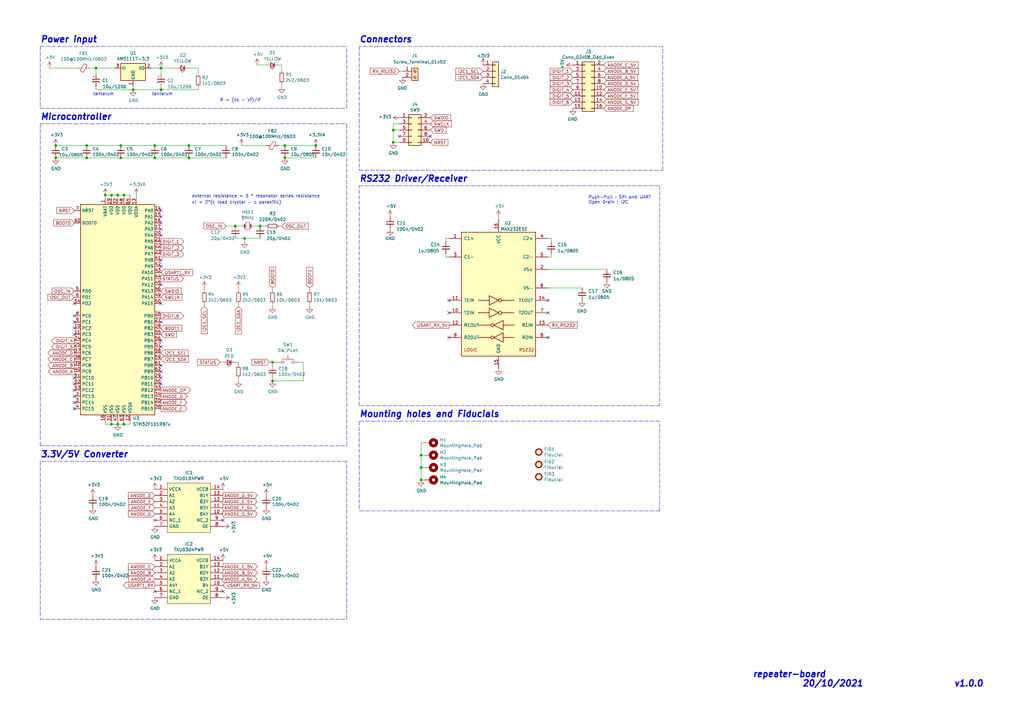
<source format=kicad_sch>
(kicad_sch (version 20211123) (generator eeschema)
  (paper "A3")
  (junction (at 43.18 80.01))
  (junction (at 22.86 59.69))
  (junction (at 22.86 64.77))
  (junction (at 48.26 173.99))
  (junction (at 100.33 97.79))
  (junction (at 49.53 59.69))
  (junction (at 161.29 58.42))
  (junction (at 111.76 156.21))
  (junction (at 77.47 59.69))
  (junction (at 45.72 173.99))
  (junction (at 50.8 80.01))
  (junction (at 63.5 64.77))
  (junction (at 161.29 53.34))
  (junction (at 111.76 148.59))
  (junction (at 172.72 191.77))
  (junction (at 96.52 92.71))
  (junction (at 48.26 80.01))
  (junction (at 77.47 64.77))
  (junction (at 39.37 27.94))
  (junction (at 129.54 59.69))
  (junction (at 35.56 59.69))
  (junction (at 63.5 59.69))
  (junction (at 172.72 186.69))
  (junction (at 54.61 36.83))
  (junction (at 116.84 64.77))
  (junction (at 172.72 196.85))
  (junction (at 66.04 36.83))
  (junction (at 66.04 27.94))
  (junction (at 106.68 92.71))
  (junction (at 50.8 173.99))
  (junction (at 45.72 80.01))
  (junction (at 49.53 64.77))
  (junction (at 35.56 64.77))
  (junction (at 116.84 59.69))
  (no_connect (at 30.48 124.46))
  (no_connect (at 66.04 132.08))
  (no_connect (at 30.48 165.1))
  (no_connect (at 30.48 137.16))
  (no_connect (at 66.04 91.44))
  (no_connect (at 66.04 93.98))
  (no_connect (at 224.79 128.27))
  (no_connect (at 30.48 162.56))
  (no_connect (at 66.04 142.24))
  (no_connect (at 163.83 55.88))
  (no_connect (at 30.48 132.08))
  (no_connect (at 63.5 242.57))
  (no_connect (at 66.04 157.48))
  (no_connect (at 30.48 157.48))
  (no_connect (at 184.15 138.43))
  (no_connect (at 30.48 129.54))
  (no_connect (at 66.04 124.46))
  (no_connect (at 66.04 152.4))
  (no_connect (at 66.04 139.7))
  (no_connect (at 66.04 88.9))
  (no_connect (at 176.53 55.88))
  (no_connect (at 66.04 106.68))
  (no_connect (at 66.04 109.22))
  (no_connect (at 224.79 123.19))
  (no_connect (at 30.48 160.02))
  (no_connect (at 66.04 86.36))
  (no_connect (at 66.04 96.52))
  (no_connect (at 66.04 116.84))
  (no_connect (at 184.15 128.27))
  (no_connect (at 66.04 149.86))
  (no_connect (at 30.48 134.62))
  (no_connect (at 66.04 154.94))
  (no_connect (at 224.79 138.43))
  (no_connect (at 91.44 242.57))
  (no_connect (at 30.48 154.94))
  (no_connect (at 63.5 213.36))
  (no_connect (at 91.44 213.36))
  (no_connect (at 184.15 123.19))
  (no_connect (at 30.48 167.64))
  (polyline (pts (xy 147.32 19.05) (xy 147.32 69.85)))
  (wire (pts (xy 50.8 173.99) (xy 48.26 173.99)))
  (polyline (pts (xy 147.32 69.85) (xy 271.78 69.85)))
  (wire (pts (xy 127 118.11) (xy 127 119.38)))
  (wire (pts (xy 115.57 26.67) (xy 114.3 26.67)))
  (polyline (pts (xy 270.51 209.55) (xy 270.51 172.72)))
  (wire (pts (xy 39.37 36.83) (xy 54.61 36.83)))
  (wire (pts (xy 48.26 81.28) (xy 48.26 80.01)))
  (polyline (pts (xy 147.32 76.2) (xy 270.51 76.2)))
  (wire (pts (xy 100.33 99.06) (xy 100.33 97.79)))
  (polyline (pts (xy 16.51 50.8) (xy 142.24 50.8)))
  (polyline (pts (xy 147.32 172.72) (xy 147.32 209.55)))
  (wire (pts (xy 115.57 29.21) (xy 115.57 26.67)))
  (wire (pts (xy 127 124.46) (xy 127 125.73)))
  (polyline (pts (xy 16.51 254) (xy 142.24 254)))
  (wire (pts (xy 173.99 191.77) (xy 172.72 191.77)))
  (wire (pts (xy 22.86 64.77) (xy 35.56 64.77)))
  (wire (pts (xy 105.41 26.67) (xy 109.22 26.67)))
  (wire (pts (xy 172.72 186.69) (xy 172.72 191.77)))
  (wire (pts (xy 92.71 92.71) (xy 96.52 92.71)))
  (wire (pts (xy 172.72 191.77) (xy 172.72 196.85)))
  (polyline (pts (xy 271.78 69.85) (xy 271.78 19.05)))
  (wire (pts (xy 36.83 27.94) (xy 39.37 27.94)))
  (wire (pts (xy 43.18 80.01) (xy 43.18 81.28)))
  (wire (pts (xy 161.29 50.8) (xy 161.29 53.34)))
  (wire (pts (xy 111.76 154.94) (xy 111.76 156.21)))
  (wire (pts (xy 39.37 27.94) (xy 46.99 27.94)))
  (wire (pts (xy 172.72 181.61) (xy 172.72 186.69)))
  (polyline (pts (xy 142.24 44.45) (xy 142.24 19.05)))
  (wire (pts (xy 48.26 80.01) (xy 50.8 80.01)))
  (wire (pts (xy 182.88 99.06) (xy 182.88 97.79)))
  (wire (pts (xy 66.04 30.48) (xy 66.04 27.94)))
  (wire (pts (xy 55.88 80.01) (xy 55.88 81.28)))
  (polyline (pts (xy 270.51 172.72) (xy 147.32 172.72)))
  (wire (pts (xy 49.53 59.69) (xy 63.5 59.69)))
  (wire (pts (xy 124.46 148.59) (xy 124.46 156.21)))
  (wire (pts (xy 97.79 148.59) (xy 97.79 149.86)))
  (wire (pts (xy 39.37 35.56) (xy 39.37 36.83)))
  (wire (pts (xy 63.5 59.69) (xy 77.47 59.69)))
  (wire (pts (xy 224.79 118.11) (xy 238.76 118.11)))
  (wire (pts (xy 43.18 172.72) (xy 43.18 173.99)))
  (wire (pts (xy 22.86 59.69) (xy 35.56 59.69)))
  (wire (pts (xy 83.82 118.11) (xy 83.82 119.38)))
  (wire (pts (xy 129.54 64.77) (xy 116.84 64.77)))
  (wire (pts (xy 54.61 35.56) (xy 54.61 36.83)))
  (wire (pts (xy 81.28 36.83) (xy 66.04 36.83)))
  (wire (pts (xy 226.06 99.06) (xy 226.06 97.79)))
  (polyline (pts (xy 270.51 209.55) (xy 147.32 209.55)))
  (wire (pts (xy 114.3 92.71) (xy 115.57 92.71)))
  (wire (pts (xy 100.33 97.79) (xy 106.68 97.79)))
  (wire (pts (xy 66.04 36.83) (xy 54.61 36.83)))
  (wire (pts (xy 226.06 97.79) (xy 224.79 97.79)))
  (wire (pts (xy 173.99 186.69) (xy 172.72 186.69)))
  (wire (pts (xy 224.79 105.41) (xy 226.06 105.41)))
  (polyline (pts (xy 16.51 50.8) (xy 16.51 182.88)))
  (wire (pts (xy 49.53 64.77) (xy 63.5 64.77)))
  (polyline (pts (xy 16.51 189.23) (xy 16.51 254)))
  (polyline (pts (xy 16.51 44.45) (xy 142.24 44.45)))
  (wire (pts (xy 97.79 118.11) (xy 97.79 119.38)))
  (wire (pts (xy 53.34 80.01) (xy 53.34 81.28)))
  (wire (pts (xy 111.76 156.21) (xy 124.46 156.21)))
  (wire (pts (xy 45.72 173.99) (xy 48.26 173.99)))
  (wire (pts (xy 163.83 53.34) (xy 161.29 53.34)))
  (wire (pts (xy 66.04 35.56) (xy 66.04 36.83)))
  (wire (pts (xy 92.71 59.69) (xy 77.47 59.69)))
  (wire (pts (xy 35.56 59.69) (xy 49.53 59.69)))
  (wire (pts (xy 111.76 148.59) (xy 113.03 148.59)))
  (wire (pts (xy 184.15 105.41) (xy 182.88 105.41)))
  (wire (pts (xy 81.28 30.48) (xy 81.28 27.94)))
  (wire (pts (xy 161.29 58.42) (xy 163.83 58.42)))
  (wire (pts (xy 97.79 154.94) (xy 97.79 156.21)))
  (wire (pts (xy 90.17 148.59) (xy 91.44 148.59)))
  (wire (pts (xy 45.72 172.72) (xy 45.72 173.99)))
  (wire (pts (xy 111.76 118.11) (xy 111.76 119.38)))
  (wire (pts (xy 83.82 124.46) (xy 83.82 125.73)))
  (wire (pts (xy 106.68 92.71) (xy 104.14 92.71)))
  (wire (pts (xy 97.79 124.46) (xy 97.79 125.73)))
  (wire (pts (xy 50.8 172.72) (xy 50.8 173.99)))
  (wire (pts (xy 99.06 59.69) (xy 109.22 59.69)))
  (wire (pts (xy 116.84 59.69) (xy 114.3 59.69)))
  (wire (pts (xy 53.34 172.72) (xy 53.34 173.99)))
  (polyline (pts (xy 16.51 19.05) (xy 16.51 44.45)))
  (wire (pts (xy 172.72 196.85) (xy 173.99 196.85)))
  (wire (pts (xy 224.79 110.49) (xy 248.92 110.49)))
  (wire (pts (xy 48.26 172.72) (xy 48.26 173.99)))
  (wire (pts (xy 182.88 97.79) (xy 184.15 97.79)))
  (polyline (pts (xy 142.24 182.88) (xy 142.24 50.8)))
  (wire (pts (xy 163.83 29.21) (xy 165.1 29.21)))
  (wire (pts (xy 92.71 64.77) (xy 77.47 64.77)))
  (polyline (pts (xy 271.78 19.05) (xy 147.32 19.05)))
  (wire (pts (xy 115.57 35.56) (xy 115.57 34.29)))
  (wire (pts (xy 161.29 53.34) (xy 161.29 58.42)))
  (wire (pts (xy 106.68 92.71) (xy 109.22 92.71)))
  (wire (pts (xy 163.83 50.8) (xy 161.29 50.8)))
  (wire (pts (xy 226.06 104.14) (xy 226.06 105.41)))
  (wire (pts (xy 43.18 80.01) (xy 45.72 80.01)))
  (wire (pts (xy 43.18 173.99) (xy 45.72 173.99)))
  (wire (pts (xy 173.99 181.61) (xy 172.72 181.61)))
  (wire (pts (xy 182.88 105.41) (xy 182.88 104.14)))
  (wire (pts (xy 111.76 148.59) (xy 111.76 149.86)))
  (polyline (pts (xy 147.32 166.37) (xy 147.32 76.2)))
  (wire (pts (xy 45.72 80.01) (xy 48.26 80.01)))
  (wire (pts (xy 123.19 148.59) (xy 124.46 148.59)))
  (polyline (pts (xy 142.24 254) (xy 142.24 189.23)))
  (wire (pts (xy 110.49 148.59) (xy 111.76 148.59)))
  (polyline (pts (xy 270.51 166.37) (xy 147.32 166.37)))
  (wire (pts (xy 96.52 97.79) (xy 100.33 97.79)))
  (wire (pts (xy 50.8 81.28) (xy 50.8 80.01)))
  (wire (pts (xy 53.34 173.99) (xy 50.8 173.99)))
  (polyline (pts (xy 16.51 19.05) (xy 142.24 19.05)))
  (wire (pts (xy 96.52 148.59) (xy 97.79 148.59)))
  (wire (pts (xy 81.28 35.56) (xy 81.28 36.83)))
  (wire (pts (xy 111.76 124.46) (xy 111.76 125.73)))
  (wire (pts (xy 39.37 30.48) (xy 39.37 27.94)))
  (wire (pts (xy 81.28 27.94) (xy 77.47 27.94)))
  (wire (pts (xy 96.52 92.71) (xy 99.06 92.71)))
  (wire (pts (xy 50.8 80.01) (xy 53.34 80.01)))
  (wire (pts (xy 66.04 27.94) (xy 62.23 27.94)))
  (wire (pts (xy 204.47 88.9) (xy 204.47 90.17)))
  (wire (pts (xy 129.54 59.69) (xy 116.84 59.69)))
  (wire (pts (xy 35.56 64.77) (xy 49.53 64.77)))
  (wire (pts (xy 20.32 27.94) (xy 31.75 27.94)))
  (wire (pts (xy 45.72 81.28) (xy 45.72 80.01)))
  (polyline (pts (xy 142.24 189.23) (xy 16.51 189.23)))
  (wire (pts (xy 77.47 64.77) (xy 63.5 64.77)))
  (polyline (pts (xy 16.51 182.88) (xy 142.24 182.88)))
  (wire (pts (xy 72.39 27.94) (xy 66.04 27.94)))
  (polyline (pts (xy 270.51 76.2) (xy 270.51 166.37)))
  (text "Mounting holes and Fiducials" (at 147.32 171.45 0) (effects (font (size 2.54 2.54) (thickness 0.508) bold italic) (justify left bottom)))
  (text "tantalum" (at 62.23 39.37 0) (effects (font (size 1.27 1.27) italic) (justify left bottom)))
  (text "repeater-board" (at 308.61 278.13 0) (effects (font (size 2.54 2.54) (thickness 0.508) bold italic) (justify left bottom)))
  (text "R = (Vs - Vf)/If" (at 90.17 41.91 0) (effects (font (size 1.27 1.27)) (justify left bottom)))
  (text "Power input" (at 16.51 17.78 0) (effects (font (size 2.54 2.54) (thickness 0.508) bold italic) (justify left bottom)))
  (text "3.3V/5V Converter" (at 16.51 187.96 0) (effects (font (size 2.54 2.54) (thickness 0.508) bold italic) (justify left bottom)))
  (text "tantalum" (at 38.1 39.37 0) (effects (font (size 1.27 1.27) italic) (justify left bottom)))
  (text "Microcontroller" (at 16.51 49.53 0) (effects (font (size 2.54 2.54) (thickness 0.508) bold italic) (justify left bottom)))
  (text "external resistance = 5 * resonator series resistance" (at 78.74 81.28 0) (effects (font (size 1.27 1.27)) (justify left bottom)))
  (text "Connectors" (at 147.32 17.78 0) (effects (font (size 2.54 2.54) (thickness 0.508) bold italic) (justify left bottom)))
  (text "RS232 Driver/Receiver" (at 147.32 74.93 0) (effects (font (size 2.54 2.54) (thickness 0.508) bold italic) (justify left bottom)))
  (text "cl = 2*(c load crystal - c parasitic)" (at 78.74 83.82 0) (effects (font (size 1.27 1.27)) (justify left bottom)))
  (text "20/10/2021" (at 328.93 281.94 0) (effects (font (size 2.54 2.54) (thickness 0.508) bold italic) (justify left bottom)))
  (text "Push-Pull : SPI and UART\nOpen Drain : I2C" (at 241.3 83.82 0) (effects (font (size 1.27 1.27)) (justify left bottom)))
  (text "v1.0.0" (at 391.16 281.94 0) (effects (font (size 2.54 2.54) (thickness 0.508) bold italic) (justify left bottom)))
  (global_label "OSC_OUT" (shape input) (at 30.48 121.92 180) (property "Intersheet References" "${INTERSHEET_REFS}" (effects hide)))
  (global_label "DIGIT_2" (shape output) (at 66.04 101.6 0) (property "Intersheet References" "${INTERSHEET_REFS}" (effects hide)))
  (global_label "ANODE_B_5V" (shape output) (at 91.44 234.95 0) (property "Intersheet References" "${INTERSHEET_REFS}" (effects hide)))
  (global_label "ANODE_D" (shape input) (at 63.5 203.2 180) (property "Intersheet References" "${INTERSHEET_REFS}" (effects hide)))
  (global_label "DIGIT_3" (shape output) (at 66.04 104.14 0) (property "Intersheet References" "${INTERSHEET_REFS}" (effects hide)))
  (global_label "DIGIT_1" (shape output) (at 66.04 99.06 0) (property "Intersheet References" "${INTERSHEET_REFS}" (effects hide)))
  (global_label "DIGIT_2" (shape input) (at 234.95 31.75 180) (property "Intersheet References" "${INTERSHEET_REFS}" (effects hide)))
  (global_label "DIGIT_6" (shape output) (at 66.04 129.54 0) (property "Intersheet References" "${INTERSHEET_REFS}" (effects hide)))
  (global_label "RX_RS232" (shape input) (at 224.79 133.35 0) (property "Intersheet References" "${INTERSHEET_REFS}" (effects hide)))
  (global_label "ANODE_D" (shape output) (at 30.48 144.78 180) (property "Intersheet References" "${INTERSHEET_REFS}" (effects hide)))
  (global_label "OSC_IN" (shape input) (at 92.71 92.71 180) (property "Intersheet References" "${INTERSHEET_REFS}" (effects hide)))
  (global_label "ANODE_G" (shape input) (at 63.5 210.82 180) (property "Intersheet References" "${INTERSHEET_REFS}" (effects hide)))
  (global_label "ANODE_DP" (shape output) (at 66.04 160.02 0) (property "Intersheet References" "${INTERSHEET_REFS}" (effects hide)))
  (global_label "BOOT0" (shape input) (at 30.48 91.44 180) (property "Intersheet References" "${INTERSHEET_REFS}" (effects hide)))
  (global_label "ANODE_D_5V" (shape output) (at 91.44 203.2 0) (property "Intersheet References" "${INTERSHEET_REFS}" (effects hide)))
  (global_label "SWDIO" (shape input) (at 176.53 48.26 0) (property "Intersheet References" "${INTERSHEET_REFS}" (effects hide)))
  (global_label "USART_RX_5V" (shape input) (at 91.44 240.03 0) (property "Intersheet References" "${INTERSHEET_REFS}" (effects hide)))
  (global_label "ANODE_DP" (shape input) (at 247.65 44.45 0) (property "Intersheet References" "${INTERSHEET_REFS}" (effects hide)))
  (global_label "SWO" (shape input) (at 176.53 53.34 0) (property "Intersheet References" "${INTERSHEET_REFS}" (effects hide)))
  (global_label "ANODE_E_5V" (shape output) (at 91.44 205.74 0) (property "Intersheet References" "${INTERSHEET_REFS}" (effects hide)))
  (global_label "ANODE_F_5V" (shape output) (at 91.44 208.28 0) (property "Intersheet References" "${INTERSHEET_REFS}" (effects hide)))
  (global_label "ANODE_D_5V" (shape input) (at 247.65 34.29 0) (property "Intersheet References" "${INTERSHEET_REFS}" (effects hide)))
  (global_label "NRST" (shape input) (at 176.53 58.42 0) (property "Intersheet References" "${INTERSHEET_REFS}" (effects hide)))
  (global_label "ANODE_G_5V" (shape output) (at 91.44 210.82 0) (property "Intersheet References" "${INTERSHEET_REFS}" (effects hide)))
  (global_label "STATUS" (shape input) (at 90.17 148.59 180) (property "Intersheet References" "${INTERSHEET_REFS}" (effects hide)))
  (global_label "I2C1_SDA" (shape input) (at 198.12 31.75 180) (property "Intersheet References" "${INTERSHEET_REFS}" (effects hide)))
  (global_label "DIGIT_5" (shape output) (at 30.48 142.24 180) (property "Intersheet References" "${INTERSHEET_REFS}" (effects hide)))
  (global_label "ANODE_F" (shape output) (at 66.04 165.1 0) (property "Intersheet References" "${INTERSHEET_REFS}" (effects hide)))
  (global_label "ANODE_G" (shape output) (at 66.04 162.56 0) (property "Intersheet References" "${INTERSHEET_REFS}" (effects hide)))
  (global_label "ANODE_F_5V" (shape input) (at 247.65 39.37 0) (property "Intersheet References" "${INTERSHEET_REFS}" (effects hide)))
  (global_label "I2C1_SCL" (shape input) (at 198.12 29.21 180) (property "Intersheet References" "${INTERSHEET_REFS}" (effects hide)))
  (global_label "RX_RS232" (shape input) (at 163.83 29.21 180) (property "Intersheet References" "${INTERSHEET_REFS}" (effects hide)))
  (global_label "DIGIT_3" (shape input) (at 234.95 34.29 180) (property "Intersheet References" "${INTERSHEET_REFS}" (effects hide)))
  (global_label "ANODE_G_5V" (shape input) (at 247.65 41.91 0) (property "Intersheet References" "${INTERSHEET_REFS}" (effects hide)))
  (global_label "ANODE_A" (shape output) (at 30.48 152.4 180) (property "Intersheet References" "${INTERSHEET_REFS}" (effects hide)))
  (global_label "NRST" (shape input) (at 110.49 148.59 180) (property "Intersheet References" "${INTERSHEET_REFS}" (effects hide)))
  (global_label "USART1_RX" (shape input) (at 66.04 111.76 0) (property "Intersheet References" "${INTERSHEET_REFS}" (effects hide)))
  (global_label "ANODE_E" (shape output) (at 66.04 167.64 0) (property "Intersheet References" "${INTERSHEET_REFS}" (effects hide)))
  (global_label "STATUS" (shape output) (at 66.04 114.3 0) (property "Intersheet References" "${INTERSHEET_REFS}" (effects hide)))
  (global_label "DIGIT_1" (shape input) (at 234.95 29.21 180) (property "Intersheet References" "${INTERSHEET_REFS}" (effects hide)))
  (global_label "ANODE_C_5V" (shape output) (at 91.44 232.41 0) (property "Intersheet References" "${INTERSHEET_REFS}" (effects hide)))
  (global_label "ANODE_C_5V" (shape input) (at 247.65 26.67 0) (property "Intersheet References" "${INTERSHEET_REFS}" (effects hide)))
  (global_label "USART_RX_5V" (shape output) (at 184.15 133.35 180) (property "Intersheet References" "${INTERSHEET_REFS}" (effects hide)))
  (global_label "ANODE_B" (shape output) (at 30.48 149.86 180) (property "Intersheet References" "${INTERSHEET_REFS}" (effects hide)))
  (global_label "ANODE_C" (shape input) (at 63.5 232.41 180) (property "Intersheet References" "${INTERSHEET_REFS}" (effects hide)))
  (global_label "I2C1_SCL" (shape input) (at 66.04 144.78 0) (property "Intersheet References" "${INTERSHEET_REFS}" (effects hide)))
  (global_label "DIGIT_4" (shape input) (at 234.95 36.83 180) (property "Intersheet References" "${INTERSHEET_REFS}" (effects hide)))
  (global_label "ANODE_E_5V" (shape input) (at 247.65 36.83 0) (property "Intersheet References" "${INTERSHEET_REFS}" (effects hide)))
  (global_label "ANODE_A_5V" (shape output) (at 91.44 237.49 0) (property "Intersheet References" "${INTERSHEET_REFS}" (effects hide)))
  (global_label "ANODE_E" (shape input) (at 63.5 205.74 180) (property "Intersheet References" "${INTERSHEET_REFS}" (effects hide)))
  (global_label "DIGIT_4" (shape output) (at 30.48 139.7 180) (property "Intersheet References" "${INTERSHEET_REFS}" (effects hide)))
  (global_label "NRST" (shape input) (at 30.48 86.36 180) (property "Intersheet References" "${INTERSHEET_REFS}" (effects hide)))
  (global_label "SWCLK" (shape input) (at 176.53 50.8 0) (property "Intersheet References" "${INTERSHEET_REFS}" (effects hide)))
  (global_label "ANODE_B" (shape input) (at 63.5 234.95 180) (property "Intersheet References" "${INTERSHEET_REFS}" (effects hide)))
  (global_label "BOOT1" (shape input) (at 127 118.11 90) (property "Intersheet References" "${INTERSHEET_REFS}" (effects hide)))
  (global_label "OSC_OUT" (shape input) (at 115.57 92.71 0) (property "Intersheet References" "${INTERSHEET_REFS}" (effects hide)))
  (global_label "ANODE_A_5V" (shape input) (at 247.65 31.75 0) (property "Intersheet References" "${INTERSHEET_REFS}" (effects hide)))
  (global_label "I2C1_SCL" (shape input) (at 83.82 125.73 270) (property "Intersheet References" "${INTERSHEET_REFS}" (effects hide)))
  (global_label "ANODE_A" (shape input) (at 63.5 237.49 180) (property "Intersheet References" "${INTERSHEET_REFS}" (effects hide)))
  (global_label "OSC_IN" (shape input) (at 30.48 119.38 180) (property "Intersheet References" "${INTERSHEET_REFS}" (effects hide)))
  (global_label "BOOT0" (shape input) (at 111.76 118.11 90) (property "Intersheet References" "${INTERSHEET_REFS}" (effects hide)))
  (global_label "DIGIT_6" (shape input) (at 234.95 41.91 180) (property "Intersheet References" "${INTERSHEET_REFS}" (effects hide)))
  (global_label "I2C1_SDA" (shape input) (at 97.79 125.73 270) (property "Intersheet References" "${INTERSHEET_REFS}" (effects hide)))
  (global_label "SWCLK" (shape input) (at 66.04 121.92 0) (property "Intersheet References" "${INTERSHEET_REFS}" (effects hide)))
  (global_label "ANODE_F" (shape input) (at 63.5 208.28 180) (property "Intersheet References" "${INTERSHEET_REFS}" (effects hide)))
  (global_label "DIGIT_5" (shape input) (at 234.95 39.37 180) (property "Intersheet References" "${INTERSHEET_REFS}" (effects hide)))
  (global_label "SWDIO" (shape input) (at 66.04 119.38 0) (property "Intersheet References" "${INTERSHEET_REFS}" (effects hide)))
  (global_label "I2C1_SDA" (shape input) (at 66.04 147.32 0) (property "Intersheet References" "${INTERSHEET_REFS}" (effects hide)))
  (global_label "SWO" (shape input) (at 66.04 137.16 0) (property "Intersheet References" "${INTERSHEET_REFS}" (effects hide)))
  (global_label "USART1_RX" (shape output) (at 63.5 240.03 180) (property "Intersheet References" "${INTERSHEET_REFS}" (effects hide)))
  (global_label "ANODE_B_5V" (shape input) (at 247.65 29.21 0) (property "Intersheet References" "${INTERSHEET_REFS}" (effects hide)))
  (global_label "BOOT1" (shape input) (at 66.04 134.62 0) (property "Intersheet References" "${INTERSHEET_REFS}" (effects hide)))
  (global_label "ANODE_C" (shape output) (at 30.48 147.32 180) (property "Intersheet References" "${INTERSHEET_REFS}" (effects hide)))
  (symbol (lib_id "Regulator_Linear:AMS1117-3.3") (at 54.61 27.94 0) (unit 1)
    (property "Reference" "U1" (at 54.61 21.7932 0))
    (property "Value" "AMS1117-3.3" (at 54.61 24.1046 0))
    (property "Footprint" "Package_TO_SOT_SMD:SOT-223-3_TabPin2" (effects hide))
    (property "Datasheet" "http://www.advanced-monolithic.com/pdf/ds1117.pdf" (effects hide))
    (property "MPN" "AMS1117-3.3" (effects hide))
    (property "Manufacturer_Part_Number" "AMS1117-3.3" (effects hide))
  )
  (symbol (lib_id "power:GND") (at 100.33 99.06 0) (unit 1)
    (property "Reference" "#PWR026" (effects hide))
    (property "Value" "GND" (at 100.457 103.4542 0))
  )
  (symbol (lib_id "Device:R_Small") (at 111.76 92.71 270) (unit 1)
    (property "Reference" "R3" (at 111.76 87.63 90))
    (property "Value" "220R/0402" (at 111.76 90.043 90))
    (property "Footprint" "Resistor_SMD:R_0402_1005Metric" (effects hide))
    (property "MPN" "ERA-2AED221X" (effects hide))
    (property "Manufacturer_Part_Number" "ERA-2AED221X" (effects hide))
  )
  (symbol (lib_id "Device:C_Small") (at 106.68 95.25 0) (unit 1)
    (property "Reference" "C13" (at 109.22 95.25 0) (effects (justify left)))
    (property "Value" "20p/0402" (at 109.22 97.79 0) (effects (justify left)))
    (property "Footprint" "Capacitor_SMD:C_0402_1005Metric" (effects hide))
    (property "MPN" "GRM1555C1E200JA01D" (effects hide))
    (property "Manufacturer_Part_Number" "GRM1555C1E200JA01D" (effects hide))
  )
  (symbol (lib_id "Device:C_Small") (at 96.52 95.25 0) (unit 1)
    (property "Reference" "C12" (at 86.36 95.25 0) (effects (justify left)))
    (property "Value" "20p/0402" (at 86.36 97.79 0) (effects (justify left)))
    (property "Footprint" "Capacitor_SMD:C_0402_1005Metric" (effects hide))
    (property "MPN" "GRM1555C1E200JA01D" (effects hide))
    (property "Manufacturer_Part_Number" "GRM1555C1E200JA01D" (effects hide))
  )
  (symbol (lib_id "Device:Crystal_Small") (at 101.6 92.71 0) (unit 1)
    (property "Reference" "HSE1" (at 101.6 86.995 0))
    (property "Value" "8MHz" (at 101.6 89.3064 0))
    (property "Footprint" "830011301:830011301" (effects hide))
    (property "MPN" "830011301" (effects hide))
    (property "Manufacturer_Part_Number" "830011301" (effects hide))
  )
  (symbol (lib_id "power:+5V") (at 20.32 27.94 0) (unit 1)
    (property "Reference" "#PWR04" (effects hide))
    (property "Value" "+5V" (at 20.701 23.5458 0))
  )
  (symbol (lib_id "power:GND") (at 54.61 36.83 0) (unit 1)
    (property "Reference" "#PWR010" (effects hide))
    (property "Value" "GND" (at 54.737 41.2242 0))
  )
  (symbol (lib_id "Device:LED_Small") (at 74.93 27.94 180) (unit 1)
    (property "Reference" "D2" (at 74.93 22.6822 0))
    (property "Value" "YELLOW" (at 74.93 24.9936 0))
    (property "Footprint" "LED_SMD:LED_0603_1608Metric" (effects hide))
    (property "MPN" "HSMY-C191" (effects hide))
    (property "Manufacturer_Part_Number" "HSMY-C191" (effects hide))
  )
  (symbol (lib_id "Device:R_Small") (at 81.28 33.02 0) (unit 1)
    (property "Reference" "R2" (at 82.7786 31.8516 0) (effects (justify left)))
    (property "Value" "1k2/0603" (at 82.7786 34.163 0) (effects (justify left)))
    (property "Footprint" "Resistor_SMD:R_0603_1608Metric" (effects hide))
    (property "MPN" "ERA-3AED122V" (effects hide))
    (property "Manufacturer_Part_Number" "ERA-3AED122V" (effects hide))
  )
  (symbol (lib_id "Device:LED_Small") (at 111.76 26.67 180) (unit 1)
    (property "Reference" "D1" (at 111.76 21.59 0))
    (property "Value" "YELLOW" (at 111.76 24.13 0))
    (property "Footprint" "LED_SMD:LED_0603_1608Metric" (effects hide))
    (property "MPN" "HSMY-C191" (effects hide))
    (property "Manufacturer_Part_Number" "HSMY-C191" (effects hide))
  )
  (symbol (lib_id "Device:R_Small") (at 115.57 31.75 0) (unit 1)
    (property "Reference" "R1" (at 117.0686 30.5816 0) (effects (justify left)))
    (property "Value" "2k2/0603" (at 117.0686 32.893 0) (effects (justify left)))
    (property "Footprint" "Resistor_SMD:R_0603_1608Metric" (effects hide))
    (property "MPN" "ERA-3AEB222V" (effects hide))
    (property "Manufacturer_Part_Number" "ERA-3AEB222V" (effects hide))
  )
  (symbol (lib_id "power:+3.3V") (at 66.04 27.94 0) (unit 1)
    (property "Reference" "#PWR05" (effects hide))
    (property "Value" "+3.3V" (at 66.421 23.5458 0))
  )
  (symbol (lib_id "power:+5V") (at 105.41 26.67 0) (unit 1)
    (property "Reference" "#PWR01" (effects hide))
    (property "Value" "+5V" (at 105.791 22.2758 0))
  )
  (symbol (lib_id "power:GND") (at 115.57 35.56 0) (unit 1)
    (property "Reference" "#PWR09" (effects hide))
    (property "Value" "GND" (at 115.697 39.9542 0))
  )
  (symbol (lib_id "Device:C_Small") (at 35.56 62.23 0) (unit 1)
    (property "Reference" "C4" (at 37.8968 61.0616 0) (effects (justify left)))
    (property "Value" "100n/0402" (at 37.8968 63.373 0) (effects (justify left)))
    (property "Footprint" "Capacitor_SMD:C_0402_1005Metric" (effects hide))
    (property "MPN" "GRM155R71H104KE14J" (effects hide))
    (property "Manufacturer_Part_Number" "GRM155R71H104KE14J" (effects hide))
  )
  (symbol (lib_id "Device:C_Small") (at 49.53 62.23 0) (unit 1)
    (property "Reference" "C5" (at 51.8668 61.0616 0) (effects (justify left)))
    (property "Value" "100n/0402" (at 51.8668 63.373 0) (effects (justify left)))
    (property "Footprint" "Capacitor_SMD:C_0402_1005Metric" (effects hide))
    (property "MPN" "GRM155R71H104KE14J" (effects hide))
    (property "Manufacturer_Part_Number" "GRM155R71H104KE14J" (effects hide))
  )
  (symbol (lib_id "Device:C_Small") (at 63.5 62.23 0) (unit 1)
    (property "Reference" "C6" (at 65.8368 61.0616 0) (effects (justify left)))
    (property "Value" "100n/0402" (at 65.8368 63.373 0) (effects (justify left)))
    (property "Footprint" "Capacitor_SMD:C_0402_1005Metric" (effects hide))
    (property "MPN" "GRM155R71H104KE14J" (effects hide))
    (property "Manufacturer_Part_Number" "GRM155R71H104KE14J" (effects hide))
  )
  (symbol (lib_id "Device:C_Small") (at 77.47 62.23 0) (unit 1)
    (property "Reference" "C7" (at 79.8068 61.0616 0) (effects (justify left)))
    (property "Value" "100n/0402" (at 79.8068 63.373 0) (effects (justify left)))
    (property "Footprint" "Capacitor_SMD:C_0402_1005Metric" (effects hide))
    (property "MPN" "GRM155R71H104KE14J" (effects hide))
    (property "Manufacturer_Part_Number" "GRM155R71H104KE14J" (effects hide))
  )
  (symbol (lib_id "Device:C_Small") (at 22.86 62.23 0) (unit 1)
    (property "Reference" "C3" (at 25.1968 61.0616 0) (effects (justify left)))
    (property "Value" "10u/0805" (at 24.13 63.5 0) (effects (justify left)))
    (property "Footprint" "Capacitor_SMD:C_0805_2012Metric" (effects hide))
    (property "MPN" "08053D106KAT4A" (effects hide))
    (property "Manufacturer_Part_Number" "08053D106KAT4A" (effects hide))
  )
  (symbol (lib_id "power:GND") (at 22.86 64.77 0) (unit 1)
    (property "Reference" "#PWR019" (effects hide))
    (property "Value" "GND" (at 22.987 69.1642 0))
  )
  (symbol (lib_id "power:+3.3V") (at 22.86 59.69 0) (unit 1)
    (property "Reference" "#PWR016" (effects hide))
    (property "Value" "+3.3V" (at 23.241 55.2958 0))
  )
  (symbol (lib_id "power:+3.3V") (at 99.06 59.69 0) (unit 1)
    (property "Reference" "#PWR017" (effects hide))
    (property "Value" "+3.3V" (at 99.441 55.2958 0))
  )
  (symbol (lib_id "RepeaterBoard-rescue:Ferrite_Bead_Small-Device") (at 111.76 59.69 270) (unit 1)
    (property "Reference" "FB2" (at 111.76 53.6702 90))
    (property "Value" "100@100MHz/0603" (at 111.76 55.9816 90))
    (property "Footprint" "Inductor_SMD:L_0603_1608Metric" (effects hide))
    (property "MPN" "BLM18EG101TN1D" (effects hide))
    (property "Manufacturer_Part_Number" "BLM18EG101TN1D" (effects hide))
  )
  (symbol (lib_id "Device:C_Small") (at 129.54 62.23 0) (unit 1)
    (property "Reference" "C10" (at 131.8768 61.0616 0) (effects (justify left)))
    (property "Value" "10n/0402" (at 131.8768 63.373 0) (effects (justify left)))
    (property "Footprint" "Capacitor_SMD:C_0402_1005Metric" (effects hide))
    (property "MPN" "GRT155R71E103KE01J" (effects hide))
    (property "Manufacturer_Part_Number" "GRT155R71E103KE01J" (effects hide))
  )
  (symbol (lib_id "Device:C_Small") (at 116.84 62.23 0) (unit 1)
    (property "Reference" "C9" (at 119.1768 61.0616 0) (effects (justify left)))
    (property "Value" "10u/0805" (at 119.1768 63.373 0) (effects (justify left)))
    (property "Footprint" "Capacitor_SMD:C_0805_2012Metric" (effects hide))
    (property "MPN" "08053D106KAT4A" (effects hide))
    (property "Manufacturer_Part_Number" "08053D106KAT4A" (effects hide))
  )
  (symbol (lib_id "power:GND") (at 116.84 64.77 0) (unit 1)
    (property "Reference" "#PWR020" (effects hide))
    (property "Value" "GND" (at 116.967 69.1642 0))
  )
  (symbol (lib_id "power:+3.3VA") (at 129.54 59.69 0) (unit 1)
    (property "Reference" "#PWR018" (effects hide))
    (property "Value" "+3.3VA" (at 129.921 55.2958 0))
  )
  (symbol (lib_id "Device:LED_Small") (at 93.98 148.59 180) (unit 1)
    (property "Reference" "D3" (at 93.98 143.51 0))
    (property "Value" "RED" (at 93.98 146.05 0))
    (property "Footprint" "LED_SMD:LED_0603_1608Metric" (effects hide))
    (property "MPN" "HSMS-C191" (effects hide))
    (property "Manufacturer_Part_Number" "HSMS-C191" (effects hide))
  )
  (symbol (lib_id "Device:R_Small") (at 97.79 152.4 0) (unit 1)
    (property "Reference" "R8" (at 99.2886 151.2316 0) (effects (justify left)))
    (property "Value" "1k2/0603" (at 99.2886 153.543 0) (effects (justify left)))
    (property "Footprint" "Resistor_SMD:R_0603_1608Metric" (effects hide))
    (property "MPN" "ERA-3AED122V" (effects hide))
    (property "Manufacturer_Part_Number" "ERA-3AED122V" (effects hide))
  )
  (symbol (lib_id "power:GND") (at 97.79 156.21 0) (unit 1)
    (property "Reference" "#PWR034" (effects hide))
    (property "Value" "GND" (at 97.917 160.6042 0))
  )
  (symbol (lib_id "Device:R_Small") (at 83.82 121.92 0) (unit 1)
    (property "Reference" "R4" (at 85.3186 120.7516 0) (effects (justify left)))
    (property "Value" "2k2/0603" (at 85.3186 123.063 0) (effects (justify left)))
    (property "Footprint" "Resistor_SMD:R_0603_1608Metric" (effects hide))
    (property "MPN" "ERA-3AEB222V" (effects hide))
    (property "Manufacturer_Part_Number" "ERA-3AEB222V" (effects hide))
  )
  (symbol (lib_id "Device:R_Small") (at 97.79 121.92 0) (unit 1)
    (property "Reference" "R5" (at 99.2886 120.7516 0) (effects (justify left)))
    (property "Value" "2k2/0603" (at 99.2886 123.063 0) (effects (justify left)))
    (property "Footprint" "Resistor_SMD:R_0603_1608Metric" (effects hide))
    (property "MPN" "ERA-3AEB222V" (effects hide))
    (property "Manufacturer_Part_Number" "ERA-3AEB222V" (effects hide))
  )
  (symbol (lib_id "power:+3.3V") (at 83.82 118.11 0) (unit 1)
    (property "Reference" "#PWR028" (effects hide))
    (property "Value" "+3.3V" (at 84.201 113.7158 0))
  )
  (symbol (lib_id "power:+3.3V") (at 97.79 118.11 0) (unit 1)
    (property "Reference" "#PWR029" (effects hide))
    (property "Value" "+3.3V" (at 98.171 113.7158 0))
  )
  (symbol (lib_id "Device:R_Small") (at 111.76 121.92 0) (unit 1)
    (property "Reference" "R6" (at 113.2586 120.7516 0) (effects (justify left)))
    (property "Value" "10k/0603" (at 113.2586 123.063 0) (effects (justify left)))
    (property "Footprint" "Resistor_SMD:R_0603_1608Metric" (effects hide))
    (property "MPN" "ERA-3AEB103V" (effects hide))
    (property "Manufacturer_Part_Number" "ERA-3AEB103V" (effects hide))
  )
  (symbol (lib_id "Device:R_Small") (at 127 121.92 0) (unit 1)
    (property "Reference" "R7" (at 128.4986 120.7516 0) (effects (justify left)))
    (property "Value" "10k/0603" (at 128.4986 123.063 0) (effects (justify left)))
    (property "Footprint" "Resistor_SMD:R_0603_1608Metric" (effects hide))
    (property "MPN" "ERA-3AEB103V" (effects hide))
    (property "Manufacturer_Part_Number" "ERA-3AEB103V" (effects hide))
  )
  (symbol (lib_id "power:GND") (at 111.76 125.73 0) (unit 1)
    (property "Reference" "#PWR031" (effects hide))
    (property "Value" "GND" (at 111.887 130.1242 0))
  )
  (symbol (lib_id "power:GND") (at 127 125.73 0) (unit 1)
    (property "Reference" "#PWR032" (effects hide))
    (property "Value" "GND" (at 127.127 130.1242 0))
  )
  (symbol (lib_id "Connector:Screw_Terminal_01x02") (at 170.18 29.21 0) (unit 1)
    (property "Reference" "J1" (at 168.91 22.86 0) (effects (justify left)))
    (property "Value" "Screw_Terminal_01x02" (at 161.29 25.4 0) (effects (justify left)))
    (property "Footprint" "TerminalBlock_Phoenix:TerminalBlock_Phoenix_PT-1,5-2-5.0-H_1x02_P5.00mm_Horizontal" (effects hide))
    (property "MPN" "1935161" (effects hide))
    (property "Manufacturer_Part_Number" "1935161" (effects hide))
  )
  (symbol (lib_id "power:GND") (at 165.1 31.75 0) (mirror y) (unit 1)
    (property "Reference" "#PWR014" (effects hide))
    (property "Value" "GND" (at 164.973 36.1442 0))
  )
  (symbol (lib_id "Connector_Generic:Conn_02x05_Odd_Even") (at 168.91 53.34 0) (unit 1)
    (property "Reference" "J4" (at 170.18 42.7482 0))
    (property "Value" "SWD" (at 170.18 45.0596 0))
    (property "Footprint" "Connector_PinHeader_2.54mm:PinHeader_2x05_P2.54mm_Vertical_SMD" (effects hide))
    (property "MPN" "10129383-910001ALF" (effects hide))
    (property "Manufacturer_Part_Number" "10129383-910001ALF" (effects hide))
  )
  (symbol (lib_id "power:+3.3V") (at 163.83 48.26 90) (unit 1)
    (property "Reference" "#PWR013" (effects hide))
    (property "Value" "+3.3V" (at 160.5788 47.879 90) (effects (justify left)))
  )
  (symbol (lib_id "power:GND") (at 161.29 58.42 0) (unit 1)
    (property "Reference" "#PWR015" (effects hide))
    (property "Value" "GND" (at 161.417 62.8142 0))
  )
  (symbol (lib_id "Device:C_Small") (at 111.76 152.4 0) (unit 1)
    (property "Reference" "C18" (at 114.0968 151.2316 0) (effects (justify left)))
    (property "Value" "100n/0402" (at 114.0968 153.543 0) (effects (justify left)))
    (property "Footprint" "Capacitor_SMD:C_0402_1005Metric" (effects hide))
    (property "MPN" "GRM155R71H104KE14J" (effects hide))
    (property "Manufacturer_Part_Number" "GRM155R71H104KE14J" (effects hide))
  )
  (symbol (lib_id "Connector_Generic:Conn_02x08_Odd_Even") (at 240.03 34.29 0) (unit 1)
    (property "Reference" "J3" (at 241.3 21.1582 0))
    (property "Value" "Conn_02x08_Odd_Even" (at 241.3 23.4696 0))
    (property "Footprint" "Connector_PinSocket_2.54mm:PinSocket_2x08_P2.54mm_Vertical" (effects hide))
    (property "MPN" "PPTC082LFBN-RC" (effects hide))
    (property "Manufacturer_Part_Number" "PPTC082LFBN-RC" (effects hide))
  )
  (symbol (lib_id "Switch:SW_Push") (at 118.11 148.59 0) (unit 1)
    (property "Reference" "SW1" (at 118.11 141.351 0))
    (property "Value" "SW_Push" (at 118.11 143.6624 0))
    (property "Footprint" "Button_Switch_THT:SW_PUSH_6mm" (effects hide))
    (property "MPN" "1825910-6" (effects hide))
    (property "Manufacturer_Part_Number" "1825910-6" (effects hide))
  )
  (symbol (lib_id "power:GND") (at 111.76 156.21 0) (unit 1)
    (property "Reference" "#PWR035" (effects hide))
    (property "Value" "GND" (at 111.887 160.6042 0))
  )
  (symbol (lib_id "Interface_UART:MAX232") (at 204.47 120.65 0) (unit 1)
    (property "Reference" "U2" (at 208.28 91.44 0))
    (property "Value" "MAX232ESE" (at 210.82 93.98 0))
    (property "Footprint" "MAX232:SOIC127P600X175-16N" (effects hide))
    (property "Datasheet" "http://www.ti.com/lit/ds/symlink/max232.pdf" (effects hide))
    (property "MPN" "MAX232ESE+T" (effects hide))
    (property "Manufacturer_Part_Number" "MAX232ESE+T" (effects hide))
  )
  (symbol (lib_id "Device:C_Small") (at 182.88 101.6 0) (unit 1)
    (property "Reference" "C14" (at 176.53 100.33 0) (effects (justify left)))
    (property "Value" "1u/0805" (at 171.45 102.87 0) (effects (justify left)))
    (property "Footprint" "Capacitor_SMD:C_0805_2012Metric" (effects hide))
    (property "MPN" "GJ821BR71H105KA12L" (effects hide))
    (property "Manufacturer_Part_Number" "GJ821BR71H105KA12L" (effects hide))
  )
  (symbol (lib_id "power:GND") (at 234.95 44.45 0) (mirror y) (unit 1)
    (property "Reference" "#PWR012" (effects hide))
    (property "Value" "GND" (at 234.823 48.8442 0))
  )
  (symbol (lib_id "Device:C_Small") (at 226.06 101.6 0) (unit 1)
    (property "Reference" "C15" (at 228.6 100.33 0) (effects (justify left)))
    (property "Value" "1u/0805" (at 228.6 102.87 0) (effects (justify left)))
    (property "Footprint" "Capacitor_SMD:C_0805_2012Metric" (effects hide))
    (property "MPN" "GJ821BR71H105KA12L" (effects hide))
    (property "Manufacturer_Part_Number" "GJ821BR71H105KA12L" (effects hide))
  )
  (symbol (lib_id "Device:C_Small") (at 248.92 113.03 0) (unit 1)
    (property "Reference" "C16" (at 251.46 111.76 0) (effects (justify left)))
    (property "Value" "1u/0805" (at 251.46 114.3 0) (effects (justify left)))
    (property "Footprint" "Capacitor_SMD:C_0805_2012Metric" (effects hide))
    (property "MPN" "GJ821BR71H105KA12L" (effects hide))
    (property "Manufacturer_Part_Number" "GJ821BR71H105KA12L" (effects hide))
  )
  (symbol (lib_id "Device:C_Small") (at 238.76 120.65 0) (unit 1)
    (property "Reference" "C17" (at 241.3 119.38 0) (effects (justify left)))
    (property "Value" "1u/0805" (at 241.3 121.92 0) (effects (justify left)))
    (property "Footprint" "Capacitor_SMD:C_0805_2012Metric" (effects hide))
    (property "MPN" "GJ821BR71H105KA12L" (effects hide))
    (property "Manufacturer_Part_Number" "GJ821BR71H105KA12L" (effects hide))
  )
  (symbol (lib_id "RepeaterBoard-rescue:CP1_Small-Device") (at 39.37 33.02 0) (unit 1)
    (property "Reference" "C1" (at 43.18 33.02 0))
    (property "Value" "10u/1206" (at 46.99 35.56 0))
    (property "Footprint" "Capacitor_Tantalum_SMD:CP_EIA-3216-18_Kemet-A" (effects hide))
    (property "MPN" "TAJA106K016RNJ" (effects hide))
    (property "Manufacturer_Part_Number" "TAJA106K016RNJ" (effects hide))
  )
  (symbol (lib_id "RepeaterBoard-rescue:CP1_Small-Device") (at 66.04 33.02 0) (unit 1)
    (property "Reference" "C2" (at 69.85 33.02 0))
    (property "Value" "10u/1206" (at 73.66 35.56 0))
    (property "Footprint" "Capacitor_Tantalum_SMD:CP_EIA-3216-18_Kemet-A" (effects hide))
    (property "MPN" "TAJA106K016RNJ" (effects hide))
    (property "Manufacturer_Part_Number" "TAJA106K016RNJ" (effects hide))
  )
  (symbol (lib_id "MCU_ST_STM32F1:STM32F101RBTx") (at 48.26 127 0) (unit 1)
    (property "Reference" "U3" (at 55.88 171.45 0))
    (property "Value" "STM32F101RBTx" (at 62.23 173.99 0))
    (property "Footprint" "Package_QFP:LQFP-64_10x10mm_P0.5mm" (effects hide))
    (property "Datasheet" "http://www.st.com/st-web-ui/static/active/en/resource/technical/document/datasheet/CD00161561.pdf" (effects hide))
    (property "MPN" "STM32F101RBT6" (effects hide))
    (property "Manufacturer_Part_Number" "STM32F101RBT6" (effects hide))
  )
  (symbol (lib_id "power:GND") (at 48.26 173.99 0) (unit 1)
    (property "Reference" "#PWR036" (effects hide))
    (property "Value" "GND" (at 48.387 178.3842 0))
  )
  (symbol (lib_id "power:+3.3V") (at 43.18 80.01 0) (unit 1)
    (property "Reference" "#PWR021" (effects hide))
    (property "Value" "+3.3V" (at 43.561 75.6158 0))
  )
  (symbol (lib_id "power:+3.3VA") (at 55.88 80.01 0) (unit 1)
    (property "Reference" "#PWR022" (effects hide))
    (property "Value" "+3.3VA" (at 56.261 75.6158 0))
  )
  (symbol (lib_id "power:+5V") (at 234.95 26.67 90) (unit 1)
    (property "Reference" "#PWR03" (effects hide))
    (property "Value" "+5V" (at 230.5558 26.289 0))
  )
  (symbol (lib_id "Mechanical:MountingHole_Pad") (at 176.53 181.61 270) (unit 1)
    (property "Reference" "H1" (at 180.34 180.4416 90) (effects (justify left)))
    (property "Value" "MountingHole_Pad" (at 180.34 182.753 90) (effects (justify left)))
    (property "Footprint" "MountingHole:MountingHole_3.2mm_M3_Pad_Via" (effects hide))
  )
  (symbol (lib_id "Mechanical:MountingHole_Pad") (at 176.53 186.69 270) (unit 1)
    (property "Reference" "H2" (at 180.34 185.5216 90) (effects (justify left)))
    (property "Value" "MountingHole_Pad" (at 180.34 187.833 90) (effects (justify left)))
    (property "Footprint" "MountingHole:MountingHole_3.2mm_M3_Pad_Via" (effects hide))
  )
  (symbol (lib_id "Mechanical:MountingHole_Pad") (at 176.53 191.77 270) (unit 1)
    (property "Reference" "H3" (at 180.34 190.6016 90) (effects (justify left)))
    (property "Value" "MountingHole_Pad" (at 180.34 192.913 90) (effects (justify left)))
    (property "Footprint" "MountingHole:MountingHole_3.2mm_M3_Pad_Via" (effects hide))
  )
  (symbol (lib_id "Mechanical:MountingHole_Pad") (at 176.53 196.85 270) (unit 1)
    (property "Reference" "H4" (at 180.34 195.6816 90) (effects (justify left)))
    (property "Value" "MountingHole_Pad" (at 180.34 197.993 90) (effects (justify left)))
    (property "Footprint" "MountingHole:MountingHole_3.2mm_M3_Pad_Via" (effects hide))
  )
  (symbol (lib_id "Device:C_Small") (at 92.71 62.23 0) (unit 1)
    (property "Reference" "C8" (at 95.0468 61.0616 0) (effects (justify left)))
    (property "Value" "100n/0402" (at 95.0468 63.373 0) (effects (justify left)))
    (property "Footprint" "Capacitor_SMD:C_0402_1005Metric" (effects hide))
    (property "MPN" "GRM155R71H104KE14J" (effects hide))
    (property "Manufacturer_Part_Number" "GRM155R71H104KE14J" (effects hide))
  )
  (symbol (lib_id "power:GND") (at 172.72 196.85 0) (unit 1)
    (property "Reference" "#PWR011" (effects hide))
    (property "Value" "GND" (at 172.847 201.2442 0))
  )
  (symbol (lib_id "RepeaterBoard-rescue:Ferrite_Bead_Small-Device") (at 34.29 27.94 270) (unit 1)
    (property "Reference" "FB1" (at 34.29 21.9202 90))
    (property "Value" "100@100MHz/0603" (at 34.29 24.2316 90))
    (property "Footprint" "Inductor_SMD:L_0603_1608Metric" (effects hide))
    (property "MPN" "BLM18EG101TN1D" (effects hide))
    (property "Manufacturer_Part_Number" "BLM18EG101TN1D" (effects hide))
  )
  (symbol (lib_id "Mechanical:Fiducial") (at 220.98 185.42 0) (unit 1)
    (property "Reference" "FID1" (at 223.139 184.2516 0) (effects (justify left)))
    (property "Value" "Fiducial" (at 223.139 186.563 0) (effects (justify left)))
    (property "Footprint" "Fiducial:Fiducial_1mm_Mask2mm" (effects hide))
  )
  (symbol (lib_id "Mechanical:Fiducial") (at 220.98 190.5 0) (unit 1)
    (property "Reference" "FID2" (at 223.139 189.3316 0) (effects (justify left)))
    (property "Value" "Fiducial" (at 223.139 191.643 0) (effects (justify left)))
    (property "Footprint" "Fiducial:Fiducial_1mm_Mask2mm" (effects hide))
  )
  (symbol (lib_id "Mechanical:Fiducial") (at 220.98 195.58 0) (unit 1)
    (property "Reference" "FID3" (at 223.139 194.4116 0) (effects (justify left)))
    (property "Value" "Fiducial" (at 223.139 196.723 0) (effects (justify left)))
    (property "Footprint" "Fiducial:Fiducial_1mm_Mask2mm" (effects hide))
  )
  (symbol (lib_id "RepeaterBoard-rescue:TXU0104PWR-TXU0104PWR") (at 63.5 200.66 0) (unit 1)
    (property "Reference" "IC1" (at 77.47 193.929 0))
    (property "Value" "TXU0104PWR" (at 77.47 196.2404 0))
    (property "Footprint" "TXU0104:SOP65P640X120-14N" (effects hide))
    (property "Datasheet" "https://www.ti.com/lit/ds/symlink/txu0104.pdf?ts=1625451640473&ref_url=https%253A%252F%252Fwww.ti.com%252Fsitesearch%252Fdocs%252Funiversalsearch.tsp%253FlangPref%253Den-US%2526searchTerm%253DTXU0104PWR%2526nr%253D4" (effects hide))
    (property "Description" "Translation - Voltage Levels Four channel unidirectional level shifter" (effects hide))
    (property "Height" "1.2" (effects hide))
    (property "Manufacturer_Name" "Texas Instruments" (effects hide))
    (property "Manufacturer_Part_Number" "TXU0104PWR" (effects hide))
    (property "Mouser Part Number" "595-TXU0104PWR" (effects hide))
    (property "Mouser Price/Stock" "https://www.mouser.co.uk/ProductDetail/Texas-Instruments/TXU0104PWR?qs=QNEnbhJQKvYcSGbLlthvAQ%3D%3D" (effects hide))
    (property "Arrow Part Number" "TXU0104PWR" (effects hide))
    (property "Arrow Price/Stock" "https://www.arrow.com/en/products/txu0104pwr/texas-instruments?region=nac" (effects hide))
    (property "MPN" "TXU0104PWR" (effects hide))
  )
  (symbol (lib_id "RepeaterBoard-rescue:TXU0304PWR-TXU0304PWR") (at 63.5 229.87 0) (unit 1)
    (property "Reference" "IC2" (at 77.47 223.139 0))
    (property "Value" "TXU0304PWR" (at 77.47 225.4504 0))
    (property "Footprint" "TXU0304:SOP65P640X120-14N" (effects hide))
    (property "Datasheet" "https://www.ti.com/lit/ds/symlink/txu0304.pdf?ts=1627717511667&ref_url=https%253A%252F%252Fwww.ti.com%252Fproduct%252FTXU0304" (effects hide))
    (property "Description" "Translation - Voltage Levels Four channel unidirectional level shifter" (effects hide))
    (property "Height" "1.2" (effects hide))
    (property "Manufacturer_Name" "Texas Instruments" (effects hide))
    (property "Manufacturer_Part_Number" "TXU0304PWR" (effects hide))
    (property "Mouser Part Number" "595-TXU0304PWR" (effects hide))
    (property "Mouser Price/Stock" "https://www.mouser.co.uk/ProductDetail/Texas-Instruments/TXU0304PWR?qs=QNEnbhJQKvZVYXIKZoXs0A%3D%3D" (effects hide))
    (property "Arrow Part Number" "TXU0304PWR" (effects hide))
    (property "Arrow Price/Stock" "https://www.arrow.com/en/products/txu0304pwr/texas-instruments?region=nac" (effects hide))
    (property "MPN" "TXU0304PWR" (effects hide))
  )
  (symbol (lib_id "power:+3.3V") (at 63.5 229.87 0) (unit 1)
    (property "Reference" "#PWR042" (effects hide))
    (property "Value" "+3.3V" (at 63.881 225.4758 0))
  )
  (symbol (lib_id "power:+5V") (at 91.44 229.87 0) (unit 1)
    (property "Reference" "#PWR043" (effects hide))
    (property "Value" "+5V" (at 91.821 225.4758 0))
  )
  (symbol (lib_id "power:+3.3V") (at 63.5 200.66 0) (unit 1)
    (property "Reference" "#PWR02" (effects hide))
    (property "Value" "+3.3V" (at 63.881 196.2658 0))
  )
  (symbol (lib_id "power:+5V") (at 91.44 200.66 0) (unit 1)
    (property "Reference" "#PWR06" (effects hide))
    (property "Value" "+5V" (at 91.821 196.2658 0))
  )
  (symbol (lib_id "power:GND") (at 63.5 245.11 0) (unit 1)
    (property "Reference" "#PWR048" (effects hide))
    (property "Value" "GND" (at 63.627 249.5042 0))
  )
  (symbol (lib_id "power:GND") (at 63.5 215.9 0) (unit 1)
    (property "Reference" "#PWR040" (effects hide))
    (property "Value" "GND" (at 63.627 220.2942 0))
  )
  (symbol (lib_id "Device:C_Small") (at 109.22 205.74 0) (unit 1)
    (property "Reference" "C20" (at 111.5568 204.5716 0) (effects (justify left)))
    (property "Value" "100n/0402" (at 111.5568 206.883 0) (effects (justify left)))
    (property "Footprint" "Capacitor_SMD:C_0402_1005Metric" (effects hide))
    (property "MPN" "GRM155R71H104KE14J" (effects hide))
    (property "Manufacturer_Part_Number" "GRM155R71H104KE14J" (effects hide))
  )
  (symbol (lib_id "power:GND") (at 109.22 208.28 0) (unit 1)
    (property "Reference" "#PWR039" (effects hide))
    (property "Value" "GND" (at 109.347 212.6742 0))
  )
  (symbol (lib_id "power:+5V") (at 109.22 203.2 0) (unit 1)
    (property "Reference" "#PWR037" (effects hide))
    (property "Value" "+5V" (at 109.601 198.8058 0))
  )
  (symbol (lib_id "Device:C_Small") (at 38.1 205.74 0) (unit 1)
    (property "Reference" "C19" (at 40.4368 204.5716 0) (effects (justify left)))
    (property "Value" "100n/0402" (at 40.4368 206.883 0) (effects (justify left)))
    (property "Footprint" "Capacitor_SMD:C_0402_1005Metric" (effects hide))
    (property "MPN" "GRM155R71H104KE14J" (effects hide))
    (property "Manufacturer_Part_Number" "GRM155R71H104KE14J" (effects hide))
  )
  (symbol (lib_id "power:GND") (at 38.1 208.28 0) (unit 1)
    (property "Reference" "#PWR038" (effects hide))
    (property "Value" "GND" (at 38.227 212.6742 0))
  )
  (symbol (lib_id "power:+3.3V") (at 38.1 203.2 0) (unit 1)
    (property "Reference" "#PWR07" (effects hide))
    (property "Value" "+3.3V" (at 38.481 198.8058 0))
  )
  (symbol (lib_id "Device:C_Small") (at 39.37 234.95 0) (unit 1)
    (property "Reference" "C21" (at 41.7068 233.7816 0) (effects (justify left)))
    (property "Value" "100n/0402" (at 41.7068 236.093 0) (effects (justify left)))
    (property "Footprint" "Capacitor_SMD:C_0402_1005Metric" (effects hide))
    (property "MPN" "GRM155R71H104KE14J" (effects hide))
    (property "Manufacturer_Part_Number" "GRM155R71H104KE14J" (effects hide))
  )
  (symbol (lib_id "power:GND") (at 39.37 237.49 0) (unit 1)
    (property "Reference" "#PWR046" (effects hide))
    (property "Value" "GND" (at 39.497 241.8842 0))
  )
  (symbol (lib_id "power:+3.3V") (at 39.37 232.41 0) (unit 1)
    (property "Reference" "#PWR044" (effects hide))
    (property "Value" "+3.3V" (at 39.751 228.0158 0))
  )
  (symbol (lib_id "Device:C_Small") (at 109.22 234.95 0) (unit 1)
    (property "Reference" "C22" (at 111.5568 233.7816 0) (effects (justify left)))
    (property "Value" "100n/0402" (at 111.5568 236.093 0) (effects (justify left)))
    (property "Footprint" "Capacitor_SMD:C_0402_1005Metric" (effects hide))
    (property "MPN" "GRM155R71H104KE14J" (effects hide))
    (property "Manufacturer_Part_Number" "GRM155R71H104KE14J" (effects hide))
  )
  (symbol (lib_id "power:GND") (at 109.22 237.49 0) (unit 1)
    (property "Reference" "#PWR047" (effects hide))
    (property "Value" "GND" (at 109.347 241.8842 0))
  )
  (symbol (lib_id "power:+5V") (at 109.22 232.41 0) (unit 1)
    (property "Reference" "#PWR045" (effects hide))
    (property "Value" "+5V" (at 109.601 228.0158 0))
  )
  (symbol (lib_id "power:GND") (at 204.47 151.13 0) (unit 1)
    (property "Reference" "#PWR033" (effects hide))
    (property "Value" "GND" (at 204.597 155.5242 0))
  )
  (symbol (lib_id "power:+5V") (at 204.47 88.9 0) (unit 1)
    (property "Reference" "#PWR024" (effects hide))
    (property "Value" "+5V" (at 204.851 84.5058 0))
  )
  (symbol (lib_id "power:GND") (at 160.02 93.98 0) (unit 1)
    (property "Reference" "#PWR025" (effects hide))
    (property "Value" "GND" (at 160.02 97.79 0))
  )
  (symbol (lib_id "power:+5V") (at 160.02 88.9 0) (unit 1)
    (property "Reference" "#PWR023" (effects hide))
    (property "Value" "+5V" (at 160.401 84.5058 0))
  )
  (symbol (lib_id "power:GND") (at 238.76 123.19 0) (mirror y) (unit 1)
    (property "Reference" "#PWR030" (effects hide))
    (property "Value" "GND" (at 238.633 127.5842 0))
  )
  (symbol (lib_id "Device:C_Small") (at 160.02 91.44 0) (unit 1)
    (property "Reference" "C11" (at 162.56 91.44 0) (effects (justify left)))
    (property "Value" "100n/0402" (at 162.56 93.98 0) (effects (justify left)))
    (property "Footprint" "Capacitor_SMD:C_0402_1005Metric" (effects hide))
    (property "MPN" "GRM155R71H104KE14J" (effects hide))
    (property "Manufacturer_Part_Number" "GRM155R71H104KE14J" (effects hide))
  )
  (symbol (lib_id "power:+3.3V") (at 198.12 26.67 0) (unit 1)
    (property "Reference" "#PWR0101" (effects hide))
    (property "Value" "+3.3V" (at 195.58 22.86 0) (effects (justify left)))
  )
  (symbol (lib_id "power:GND") (at 248.92 115.57 0) (mirror y) (unit 1)
    (property "Reference" "#PWR027" (effects hide))
    (property "Value" "GND" (at 248.92 119.38 0))
  )
  (symbol (lib_id "power:+3.3V") (at 91.44 215.9 270) (unit 1)
    (property "Reference" "#PWR0102" (effects hide))
    (property "Value" "+3.3V" (at 95.8342 216.281 0))
  )
  (symbol (lib_id "power:+3.3V") (at 91.44 245.11 270) (unit 1)
    (property "Reference" "#PWR0103" (effects hide))
    (property "Value" "+3.3V" (at 95.8342 245.491 0))
  )
  (symbol (lib_id "Connector_Generic:Conn_01x04") (at 203.2 29.21 0) (unit 1)
    (property "Reference" "J2" (at 205.232 29.4132 0) (effects (justify left)))
    (property "Value" "Conn_01x04" (at 205.232 31.7246 0) (effects (justify left)))
    (property "Footprint" "Connector_PinSocket_2.54mm:PinSocket_1x04_P2.54mm_Horizontal" (effects hide))
    (property "MPN" "PPTC041LGBN-RC" (effects hide))
    (property "Manufacturer_Part_Number" "PPTC041LGBN-RC" (effects hide))
  )
  (symbol (lib_id "power:GND") (at 198.12 34.29 0) (unit 1)
    (property "Reference" "#PWR08" (effects hide))
    (property "Value" "GND" (at 198.247 38.6842 0))
  )
)
</source>
